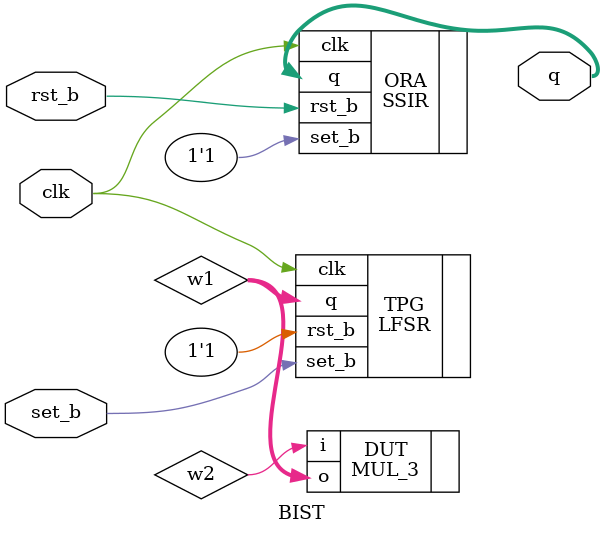
<source format=v>
module BIST (
input clk, rst_b, set_b,
output [3:0] q
);

wire [3:0] w1;
wire w2;

// Instantiation

LFSR TPG ( 

.clk(clk),
.rst_b (1'b1),
.set_b (set_b),
.q (w1)
);

MUL_3 DUT ( 

.i(w2),
.o (w1)
);

SSIR ORA ( 

.clk(clk),
.rst_b (rst_b),
.set_b (1'b1),
.q (q)
);
endmodule

</source>
